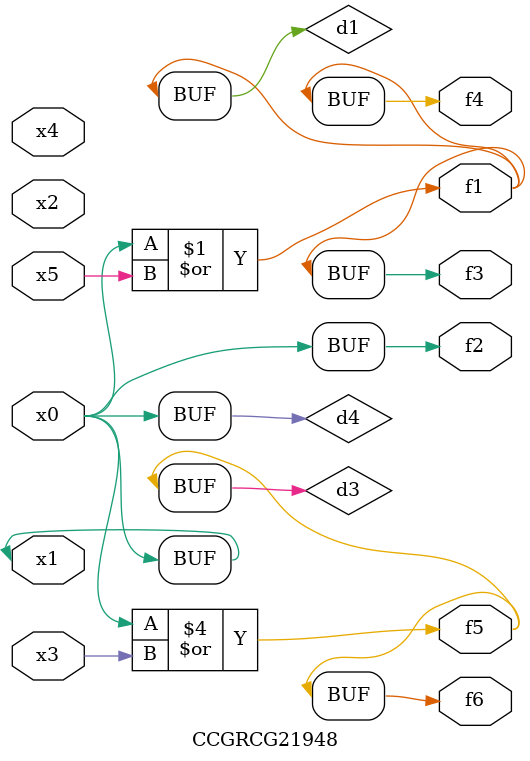
<source format=v>
module CCGRCG21948(
	input x0, x1, x2, x3, x4, x5,
	output f1, f2, f3, f4, f5, f6
);

	wire d1, d2, d3, d4;

	or (d1, x0, x5);
	xnor (d2, x1, x4);
	or (d3, x0, x3);
	buf (d4, x0, x1);
	assign f1 = d1;
	assign f2 = d4;
	assign f3 = d1;
	assign f4 = d1;
	assign f5 = d3;
	assign f6 = d3;
endmodule

</source>
